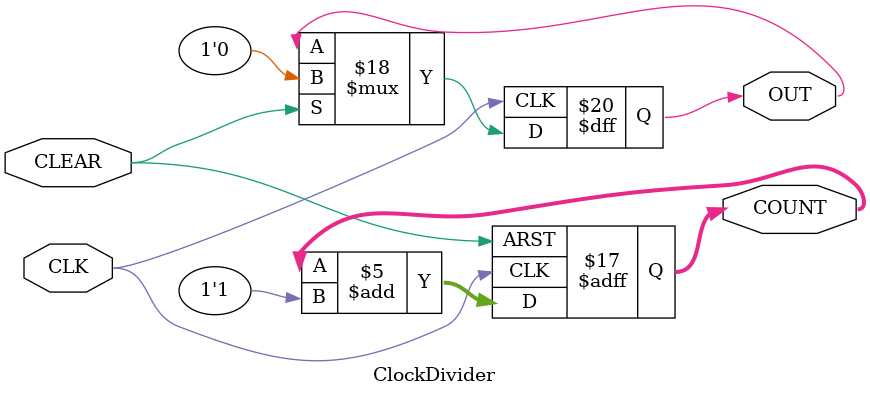
<source format=sv>
module ClockDivider #(parameter N=1000, parameter M=4)
(
   input CLK, CLEAR,
	output [M-1:0] COUNT,
	output OUT
);

   always_ff @ (negedge CLK, negedge CLEAR)
	    if(CLEAR == 1'b0) COUNT <= 0;
		     else 
			      begin 
					    if(COUNT == N-2'd2) 
						     begin 
							      OUT <= 1'b1;
									COUNT <= N-1'd1;
								end 
						 else if (COUNT == N-1'd1)
						     begin 
							      OUT <= 1'b0;
									COUNT <= 0;
							  end 
						 else 
						     begin 
							      OUT <= 1'b0;
									COUNT <= COUNT + 1'b1;
							  end 
					end 
endmodule 
</source>
